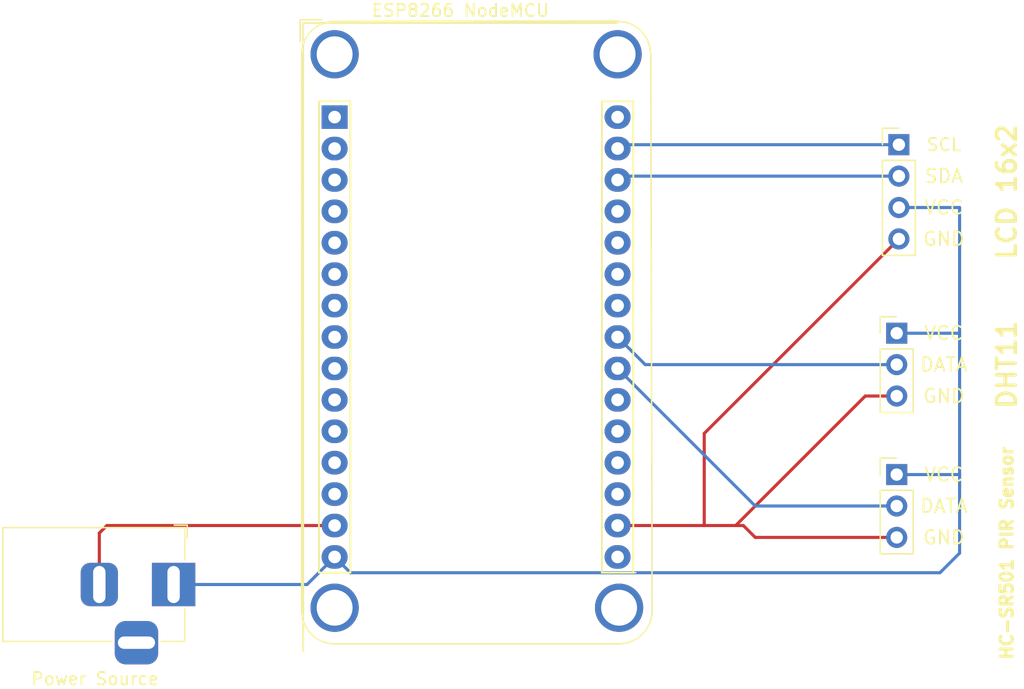
<source format=kicad_pcb>
(kicad_pcb (version 20171130) (host pcbnew "(5.1.7)-1")

  (general
    (thickness 1.6)
    (drawings 13)
    (tracks 31)
    (zones 0)
    (modules 5)
    (nets 31)
  )

  (page A4)
  (layers
    (0 F.Cu signal)
    (31 B.Cu signal)
    (32 B.Adhes user)
    (33 F.Adhes user)
    (34 B.Paste user)
    (35 F.Paste user)
    (36 B.SilkS user)
    (37 F.SilkS user)
    (38 B.Mask user)
    (39 F.Mask user)
    (40 Dwgs.User user)
    (41 Cmts.User user)
    (42 Eco1.User user)
    (43 Eco2.User user)
    (44 Edge.Cuts user)
    (45 Margin user)
    (46 B.CrtYd user)
    (47 F.CrtYd user)
    (48 B.Fab user)
    (49 F.Fab user)
  )

  (setup
    (last_trace_width 0.25)
    (trace_clearance 0.2)
    (zone_clearance 1)
    (zone_45_only no)
    (trace_min 0.2)
    (via_size 0.8)
    (via_drill 0.4)
    (via_min_size 0.4)
    (via_min_drill 0.3)
    (uvia_size 0.3)
    (uvia_drill 0.1)
    (uvias_allowed no)
    (uvia_min_size 0.2)
    (uvia_min_drill 0.1)
    (edge_width 0.05)
    (segment_width 0.2)
    (pcb_text_width 0.3)
    (pcb_text_size 1.5 1.5)
    (mod_edge_width 0.12)
    (mod_text_size 1 1)
    (mod_text_width 0.15)
    (pad_size 1.524 1.524)
    (pad_drill 0.762)
    (pad_to_mask_clearance 0)
    (aux_axis_origin 0 0)
    (visible_elements 7FFFFFFF)
    (pcbplotparams
      (layerselection 0x010fc_ffffffff)
      (usegerberextensions false)
      (usegerberattributes true)
      (usegerberadvancedattributes true)
      (creategerberjobfile true)
      (excludeedgelayer true)
      (linewidth 0.100000)
      (plotframeref false)
      (viasonmask false)
      (mode 1)
      (useauxorigin false)
      (hpglpennumber 1)
      (hpglpenspeed 20)
      (hpglpendiameter 15.000000)
      (psnegative false)
      (psa4output false)
      (plotreference true)
      (plotvalue true)
      (plotinvisibletext false)
      (padsonsilk false)
      (subtractmaskfromsilk false)
      (outputformat 1)
      (mirror false)
      (drillshape 1)
      (scaleselection 1)
      (outputdirectory ""))
  )

  (net 0 "")
  (net 1 +9V)
  (net 2 "Net-(J1-Pad2)")
  (net 3 "Net-(J2-Pad1)")
  (net 4 "Net-(J2-Pad2)")
  (net 5 GND)
  (net 6 "Net-(J3-Pad2)")
  (net 7 "Net-(J4-Pad2)")
  (net 8 "Net-(U1-Pad21)")
  (net 9 "Net-(U1-Pad10)")
  (net 10 "Net-(U1-Pad9)")
  (net 11 "Net-(U1-Pad8)")
  (net 12 "Net-(U1-Pad24)")
  (net 13 "Net-(U1-Pad7)")
  (net 14 "Net-(U1-Pad25)")
  (net 15 "Net-(U1-Pad6)")
  (net 16 "Net-(U1-Pad26)")
  (net 17 "Net-(U1-Pad5)")
  (net 18 "Net-(U1-Pad27)")
  (net 19 "Net-(U1-Pad4)")
  (net 20 "Net-(U1-Pad3)")
  (net 21 "Net-(U1-Pad2)")
  (net 22 "Net-(U1-Pad30)")
  (net 23 "Net-(U1-Pad1)")
  (net 24 "Net-(U1-Pad11)")
  (net 25 "Net-(U1-Pad18)")
  (net 26 "Net-(U1-Pad20)")
  (net 27 "Net-(U1-Pad16)")
  (net 28 "Net-(U1-Pad12)")
  (net 29 "Net-(U1-Pad19)")
  (net 30 "Net-(U1-Pad13)")

  (net_class Default "This is the default net class."
    (clearance 0.2)
    (trace_width 0.25)
    (via_dia 0.8)
    (via_drill 0.4)
    (uvia_dia 0.3)
    (uvia_drill 0.1)
    (add_net +9V)
    (add_net GND)
    (add_net "Net-(J1-Pad2)")
    (add_net "Net-(J2-Pad1)")
    (add_net "Net-(J2-Pad2)")
    (add_net "Net-(J3-Pad2)")
    (add_net "Net-(J4-Pad2)")
    (add_net "Net-(U1-Pad1)")
    (add_net "Net-(U1-Pad10)")
    (add_net "Net-(U1-Pad11)")
    (add_net "Net-(U1-Pad12)")
    (add_net "Net-(U1-Pad13)")
    (add_net "Net-(U1-Pad16)")
    (add_net "Net-(U1-Pad18)")
    (add_net "Net-(U1-Pad19)")
    (add_net "Net-(U1-Pad2)")
    (add_net "Net-(U1-Pad20)")
    (add_net "Net-(U1-Pad21)")
    (add_net "Net-(U1-Pad24)")
    (add_net "Net-(U1-Pad25)")
    (add_net "Net-(U1-Pad26)")
    (add_net "Net-(U1-Pad27)")
    (add_net "Net-(U1-Pad3)")
    (add_net "Net-(U1-Pad30)")
    (add_net "Net-(U1-Pad4)")
    (add_net "Net-(U1-Pad5)")
    (add_net "Net-(U1-Pad6)")
    (add_net "Net-(U1-Pad7)")
    (add_net "Net-(U1-Pad8)")
    (add_net "Net-(U1-Pad9)")
  )

  (module Connector_BarrelJack:BarrelJack_Horizontal (layer F.Cu) (tedit 5A1DBF6A) (tstamp 5F87FE2D)
    (at 114.3 130.81)
    (descr "DC Barrel Jack")
    (tags "Power Jack")
    (path /5F875BF7)
    (fp_text reference "Power Source" (at -6.35 7.62) (layer F.SilkS)
      (effects (font (size 1 1) (thickness 0.15)))
    )
    (fp_text value Barrel_Jack (at -6.2 -5.5) (layer F.Fab)
      (effects (font (size 1 1) (thickness 0.15)))
    )
    (fp_line (start 0 -4.5) (end -13.7 -4.5) (layer F.Fab) (width 0.1))
    (fp_line (start 0.8 4.5) (end 0.8 -3.75) (layer F.Fab) (width 0.1))
    (fp_line (start -13.7 4.5) (end 0.8 4.5) (layer F.Fab) (width 0.1))
    (fp_line (start -13.7 -4.5) (end -13.7 4.5) (layer F.Fab) (width 0.1))
    (fp_line (start -10.2 -4.5) (end -10.2 4.5) (layer F.Fab) (width 0.1))
    (fp_line (start 0.9 -4.6) (end 0.9 -2) (layer F.SilkS) (width 0.12))
    (fp_line (start -13.8 -4.6) (end 0.9 -4.6) (layer F.SilkS) (width 0.12))
    (fp_line (start 0.9 4.6) (end -1 4.6) (layer F.SilkS) (width 0.12))
    (fp_line (start 0.9 1.9) (end 0.9 4.6) (layer F.SilkS) (width 0.12))
    (fp_line (start -13.8 4.6) (end -13.8 -4.6) (layer F.SilkS) (width 0.12))
    (fp_line (start -5 4.6) (end -13.8 4.6) (layer F.SilkS) (width 0.12))
    (fp_line (start -14 4.75) (end -14 -4.75) (layer F.CrtYd) (width 0.05))
    (fp_line (start -5 4.75) (end -14 4.75) (layer F.CrtYd) (width 0.05))
    (fp_line (start -5 6.75) (end -5 4.75) (layer F.CrtYd) (width 0.05))
    (fp_line (start -1 6.75) (end -5 6.75) (layer F.CrtYd) (width 0.05))
    (fp_line (start -1 4.75) (end -1 6.75) (layer F.CrtYd) (width 0.05))
    (fp_line (start 1 4.75) (end -1 4.75) (layer F.CrtYd) (width 0.05))
    (fp_line (start 1 2) (end 1 4.75) (layer F.CrtYd) (width 0.05))
    (fp_line (start 2 2) (end 1 2) (layer F.CrtYd) (width 0.05))
    (fp_line (start 2 -2) (end 2 2) (layer F.CrtYd) (width 0.05))
    (fp_line (start 1 -2) (end 2 -2) (layer F.CrtYd) (width 0.05))
    (fp_line (start 1 -4.5) (end 1 -2) (layer F.CrtYd) (width 0.05))
    (fp_line (start 1 -4.75) (end -14 -4.75) (layer F.CrtYd) (width 0.05))
    (fp_line (start 1 -4.5) (end 1 -4.75) (layer F.CrtYd) (width 0.05))
    (fp_line (start 0.05 -4.8) (end 1.1 -4.8) (layer F.SilkS) (width 0.12))
    (fp_line (start 1.1 -3.75) (end 1.1 -4.8) (layer F.SilkS) (width 0.12))
    (fp_line (start -0.003213 -4.505425) (end 0.8 -3.75) (layer F.Fab) (width 0.1))
    (fp_text user %R (at -3 -2.95) (layer F.Fab)
      (effects (font (size 1 1) (thickness 0.15)))
    )
    (pad 1 thru_hole rect (at 0 0) (size 3.5 3.5) (drill oval 1 3) (layers *.Cu *.Mask)
      (net 1 +9V))
    (pad 2 thru_hole roundrect (at -6 0) (size 3 3.5) (drill oval 1 3) (layers *.Cu *.Mask) (roundrect_rratio 0.25)
      (net 2 "Net-(J1-Pad2)"))
    (pad 3 thru_hole roundrect (at -3 4.7) (size 3.5 3.5) (drill oval 3 1) (layers *.Cu *.Mask) (roundrect_rratio 0.25))
    (model ${KISYS3DMOD}/Connector_BarrelJack.3dshapes/BarrelJack_Horizontal.wrl
      (at (xyz 0 0 0))
      (scale (xyz 1 1 1))
      (rotate (xyz 0 0 0))
    )
  )

  (module Connector_PinHeader_2.54mm:PinHeader_1x04_P2.54mm_Vertical (layer F.Cu) (tedit 59FED5CC) (tstamp 5F87FE45)
    (at 172.895001 95.25)
    (descr "Through hole straight pin header, 1x04, 2.54mm pitch, single row")
    (tags "Through hole pin header THT 1x04 2.54mm single row")
    (path /5F879B0C)
    (fp_text reference J2 (at 0 -2.33) (layer F.SilkS) hide
      (effects (font (size 1 1) (thickness 0.15)))
    )
    (fp_text value Conn_01x04_Female (at 0 9.95) (layer F.Fab)
      (effects (font (size 1 1) (thickness 0.15)))
    )
    (fp_line (start 1.8 -1.8) (end -1.8 -1.8) (layer F.CrtYd) (width 0.05))
    (fp_line (start 1.8 9.4) (end 1.8 -1.8) (layer F.CrtYd) (width 0.05))
    (fp_line (start -1.8 9.4) (end 1.8 9.4) (layer F.CrtYd) (width 0.05))
    (fp_line (start -1.8 -1.8) (end -1.8 9.4) (layer F.CrtYd) (width 0.05))
    (fp_line (start -1.33 -1.33) (end 0 -1.33) (layer F.SilkS) (width 0.12))
    (fp_line (start -1.33 0) (end -1.33 -1.33) (layer F.SilkS) (width 0.12))
    (fp_line (start -1.33 1.27) (end 1.33 1.27) (layer F.SilkS) (width 0.12))
    (fp_line (start 1.33 1.27) (end 1.33 8.95) (layer F.SilkS) (width 0.12))
    (fp_line (start -1.33 1.27) (end -1.33 8.95) (layer F.SilkS) (width 0.12))
    (fp_line (start -1.33 8.95) (end 1.33 8.95) (layer F.SilkS) (width 0.12))
    (fp_line (start -1.27 -0.635) (end -0.635 -1.27) (layer F.Fab) (width 0.1))
    (fp_line (start -1.27 8.89) (end -1.27 -0.635) (layer F.Fab) (width 0.1))
    (fp_line (start 1.27 8.89) (end -1.27 8.89) (layer F.Fab) (width 0.1))
    (fp_line (start 1.27 -1.27) (end 1.27 8.89) (layer F.Fab) (width 0.1))
    (fp_line (start -0.635 -1.27) (end 1.27 -1.27) (layer F.Fab) (width 0.1))
    (fp_text user %R (at 0 3.81 90) (layer F.Fab)
      (effects (font (size 1 1) (thickness 0.15)))
    )
    (pad 1 thru_hole rect (at 0 0) (size 1.7 1.7) (drill 1) (layers *.Cu *.Mask)
      (net 3 "Net-(J2-Pad1)"))
    (pad 2 thru_hole oval (at 0 2.54) (size 1.7 1.7) (drill 1) (layers *.Cu *.Mask)
      (net 4 "Net-(J2-Pad2)"))
    (pad 3 thru_hole oval (at 0 5.08) (size 1.7 1.7) (drill 1) (layers *.Cu *.Mask)
      (net 1 +9V))
    (pad 4 thru_hole oval (at 0 7.62) (size 1.7 1.7) (drill 1) (layers *.Cu *.Mask)
      (net 5 GND))
    (model ${KISYS3DMOD}/Connector_PinHeader_2.54mm.3dshapes/PinHeader_1x04_P2.54mm_Vertical.wrl
      (at (xyz 0 0 0))
      (scale (xyz 1 1 1))
      (rotate (xyz 0 0 0))
    )
  )

  (module Connector_PinHeader_2.54mm:PinHeader_1x03_P2.54mm_Vertical (layer F.Cu) (tedit 59FED5CC) (tstamp 5F87FE5C)
    (at 172.72 110.49)
    (descr "Through hole straight pin header, 1x03, 2.54mm pitch, single row")
    (tags "Through hole pin header THT 1x03 2.54mm single row")
    (path /5F876A09)
    (fp_text reference J3 (at 0 -2.33) (layer F.SilkS) hide
      (effects (font (size 1 1) (thickness 0.15)))
    )
    (fp_text value Conn_01x03_Female (at 0 7.41) (layer F.Fab)
      (effects (font (size 1 1) (thickness 0.15)))
    )
    (fp_text user %R (at 0 2.54 90) (layer F.Fab)
      (effects (font (size 1 1) (thickness 0.15)))
    )
    (fp_line (start -0.635 -1.27) (end 1.27 -1.27) (layer F.Fab) (width 0.1))
    (fp_line (start 1.27 -1.27) (end 1.27 6.35) (layer F.Fab) (width 0.1))
    (fp_line (start 1.27 6.35) (end -1.27 6.35) (layer F.Fab) (width 0.1))
    (fp_line (start -1.27 6.35) (end -1.27 -0.635) (layer F.Fab) (width 0.1))
    (fp_line (start -1.27 -0.635) (end -0.635 -1.27) (layer F.Fab) (width 0.1))
    (fp_line (start -1.33 6.41) (end 1.33 6.41) (layer F.SilkS) (width 0.12))
    (fp_line (start -1.33 1.27) (end -1.33 6.41) (layer F.SilkS) (width 0.12))
    (fp_line (start 1.33 1.27) (end 1.33 6.41) (layer F.SilkS) (width 0.12))
    (fp_line (start -1.33 1.27) (end 1.33 1.27) (layer F.SilkS) (width 0.12))
    (fp_line (start -1.33 0) (end -1.33 -1.33) (layer F.SilkS) (width 0.12))
    (fp_line (start -1.33 -1.33) (end 0 -1.33) (layer F.SilkS) (width 0.12))
    (fp_line (start -1.8 -1.8) (end -1.8 6.85) (layer F.CrtYd) (width 0.05))
    (fp_line (start -1.8 6.85) (end 1.8 6.85) (layer F.CrtYd) (width 0.05))
    (fp_line (start 1.8 6.85) (end 1.8 -1.8) (layer F.CrtYd) (width 0.05))
    (fp_line (start 1.8 -1.8) (end -1.8 -1.8) (layer F.CrtYd) (width 0.05))
    (pad 3 thru_hole oval (at 0 5.08) (size 1.7 1.7) (drill 1) (layers *.Cu *.Mask)
      (net 5 GND))
    (pad 2 thru_hole oval (at 0 2.54) (size 1.7 1.7) (drill 1) (layers *.Cu *.Mask)
      (net 6 "Net-(J3-Pad2)"))
    (pad 1 thru_hole rect (at 0 0) (size 1.7 1.7) (drill 1) (layers *.Cu *.Mask)
      (net 1 +9V))
    (model ${KISYS3DMOD}/Connector_PinHeader_2.54mm.3dshapes/PinHeader_1x03_P2.54mm_Vertical.wrl
      (at (xyz 0 0 0))
      (scale (xyz 1 1 1))
      (rotate (xyz 0 0 0))
    )
  )

  (module Connector_PinHeader_2.54mm:PinHeader_1x03_P2.54mm_Vertical (layer F.Cu) (tedit 59FED5CC) (tstamp 5F87FE73)
    (at 172.72 121.92)
    (descr "Through hole straight pin header, 1x03, 2.54mm pitch, single row")
    (tags "Through hole pin header THT 1x03 2.54mm single row")
    (path /5F87805C)
    (fp_text reference J4 (at 0 -2.33) (layer F.SilkS) hide
      (effects (font (size 1 1) (thickness 0.15)))
    )
    (fp_text value Conn_01x03_Female (at 0 7.41) (layer F.Fab)
      (effects (font (size 1 1) (thickness 0.15)))
    )
    (fp_line (start 1.8 -1.8) (end -1.8 -1.8) (layer F.CrtYd) (width 0.05))
    (fp_line (start 1.8 6.85) (end 1.8 -1.8) (layer F.CrtYd) (width 0.05))
    (fp_line (start -1.8 6.85) (end 1.8 6.85) (layer F.CrtYd) (width 0.05))
    (fp_line (start -1.8 -1.8) (end -1.8 6.85) (layer F.CrtYd) (width 0.05))
    (fp_line (start -1.33 -1.33) (end 0 -1.33) (layer F.SilkS) (width 0.12))
    (fp_line (start -1.33 0) (end -1.33 -1.33) (layer F.SilkS) (width 0.12))
    (fp_line (start -1.33 1.27) (end 1.33 1.27) (layer F.SilkS) (width 0.12))
    (fp_line (start 1.33 1.27) (end 1.33 6.41) (layer F.SilkS) (width 0.12))
    (fp_line (start -1.33 1.27) (end -1.33 6.41) (layer F.SilkS) (width 0.12))
    (fp_line (start -1.33 6.41) (end 1.33 6.41) (layer F.SilkS) (width 0.12))
    (fp_line (start -1.27 -0.635) (end -0.635 -1.27) (layer F.Fab) (width 0.1))
    (fp_line (start -1.27 6.35) (end -1.27 -0.635) (layer F.Fab) (width 0.1))
    (fp_line (start 1.27 6.35) (end -1.27 6.35) (layer F.Fab) (width 0.1))
    (fp_line (start 1.27 -1.27) (end 1.27 6.35) (layer F.Fab) (width 0.1))
    (fp_line (start -0.635 -1.27) (end 1.27 -1.27) (layer F.Fab) (width 0.1))
    (fp_text user %R (at 0 2.54 90) (layer F.Fab)
      (effects (font (size 1 1) (thickness 0.15)))
    )
    (pad 1 thru_hole rect (at 0 0) (size 1.7 1.7) (drill 1) (layers *.Cu *.Mask)
      (net 1 +9V))
    (pad 2 thru_hole oval (at 0 2.54) (size 1.7 1.7) (drill 1) (layers *.Cu *.Mask)
      (net 7 "Net-(J4-Pad2)"))
    (pad 3 thru_hole oval (at 0 5.08) (size 1.7 1.7) (drill 1) (layers *.Cu *.Mask)
      (net 5 GND))
    (model ${KISYS3DMOD}/Connector_PinHeader_2.54mm.3dshapes/PinHeader_1x03_P2.54mm_Vertical.wrl
      (at (xyz 0 0 0))
      (scale (xyz 1 1 1))
      (rotate (xyz 0 0 0))
    )
  )

  (module Module:ESP8266_nodeMCU_V1 (layer F.Cu) (tedit 5F6E26FF) (tstamp 5F87FEBF)
    (at 127.310001 91.750001)
    (descr "32-bit microcontroller module with WiFi,")
    (tags "ESP8266 Node MCU module met WiFi ")
    (path /5F874528)
    (fp_text reference "ESP8266 NodeMCU" (at 10.16 -7.35) (layer F.SilkS)
      (effects (font (size 1 1) (thickness 0.15)))
    )
    (fp_text value ESP8266NodeMCU (at 11.43 40.386) (layer F.Fab)
      (effects (font (size 1 1) (thickness 0.15)))
    )
    (fp_line (start -2.54 -6.35) (end -2.54 44.45) (layer F.SilkS) (width 0.15))
    (fp_line (start 22.86 -6.35) (end -2.54 -6.35) (layer F.SilkS) (width 0.15))
    (fp_line (start -2.54 -6.35) (end 22.86 -6.35) (layer F.SilkS) (width 0.15))
    (fp_line (start -2.54 44.45) (end -2.54 -6.35) (layer F.CrtYd) (width 0.15))
    (fp_line (start 25.58 44.46) (end -2.54 44.45) (layer F.CrtYd) (width 0.15))
    (fp_line (start 25.54 -6.41) (end 25.54 44.39) (layer F.CrtYd) (width 0.15))
    (fp_line (start -2.54 -6.35) (end 25.55 -6.37) (layer F.CrtYd) (width 0.15))
    (fp_line (start -1.27 38.1) (end -1.27 0) (layer F.SilkS) (width 0.15))
    (fp_line (start 1.27 38.1) (end -1.27 38.1) (layer F.SilkS) (width 0.15))
    (fp_line (start 1.27 0) (end 1.27 38.1) (layer F.SilkS) (width 0.15))
    (fp_line (start -1.27 0) (end 1.27 0) (layer F.SilkS) (width 0.15))
    (fp_line (start 21.59 38.1) (end 21.59 0) (layer F.SilkS) (width 0.15))
    (fp_line (start 24.13 38.1) (end 21.59 38.1) (layer F.SilkS) (width 0.15))
    (fp_line (start 24.13 0) (end 24.13 38.1) (layer F.SilkS) (width 0.15))
    (fp_line (start 21.59 0) (end 24.13 0) (layer F.SilkS) (width 0.15))
    (fp_line (start 24.13 38.1) (end 21.59 38.1) (layer F.SilkS) (width 0.15))
    (fp_line (start 0 -6.35) (end 20.32 -6.35) (layer F.Fab) (width 0.1))
    (fp_line (start 0 43.73) (end 22.95 43.73) (layer F.Fab) (width 0.1))
    (fp_line (start -2.54 -3.81) (end -2.54 29.21) (layer F.Fab) (width 0.1))
    (fp_line (start -2.79 -4.85) (end -2.79 -6.6) (layer F.Fab) (width 0.1))
    (fp_line (start -2.79 -6.6) (end -1.04 -6.6) (layer F.Fab) (width 0.1))
    (fp_line (start 0 -6.47) (end 22.83 -6.5) (layer F.SilkS) (width 0.12))
    (fp_line (start 0 43.85) (end 22.96 43.85) (layer F.SilkS) (width 0.12))
    (fp_line (start -2.66 -3.81) (end -2.67 41.19) (layer F.SilkS) (width 0.12))
    (fp_line (start 25.54 -3.95) (end 25.65 41.18) (layer F.SilkS) (width 0.12))
    (fp_line (start -2.79 -4.85) (end -2.79 -6.6) (layer F.SilkS) (width 0.12))
    (fp_line (start -2.79 -6.6) (end -1.04 -6.6) (layer F.SilkS) (width 0.12))
    (fp_line (start 21.59 38.1) (end 24.33 38.1) (layer F.SilkS) (width 0.12))
    (fp_line (start 23.11 32) (end 23.11 -6.6) (layer F.CrtYd) (width 0.05))
    (fp_text user %R (at 11.43 7.62) (layer F.Fab)
      (effects (font (size 1 1) (thickness 0.15)))
    )
    (fp_arc (start 0 41.19) (end 0 43.85) (angle 90) (layer F.SilkS) (width 0.12))
    (fp_arc (start 22.98 41.19) (end 25.64 41.19) (angle 90) (layer F.SilkS) (width 0.12))
    (fp_arc (start 22.86 -3.81) (end 22.86 -6.47) (angle 90) (layer F.SilkS) (width 0.12))
    (fp_arc (start 0 -3.81) (end -2.66 -3.81) (angle 90) (layer F.SilkS) (width 0.12))
    (fp_arc (start 0 41.19) (end 0 43.73) (angle 90) (layer F.Fab) (width 0.1))
    (fp_arc (start 22.98 41.19) (end 25.52 41.19) (angle 90) (layer F.Fab) (width 0.1))
    (fp_arc (start 22.86 -3.81) (end 22.86 -6.35) (angle 90) (layer F.Fab) (width 0.1))
    (fp_arc (start 0 -3.81) (end -2.54 -3.81) (angle 90) (layer F.Fab) (width 0.1))
    (pad ~ thru_hole circle (at 22.98 40.936) (size 3.9 3.9) (drill 2.9) (layers *.Cu *.Mask))
    (pad ~ thru_hole circle (at 0 40.936) (size 3.9 3.9) (drill 2.9) (layers *.Cu *.Mask))
    (pad ~ thru_hole circle (at 22.86 -3.81) (size 3.9 3.9) (drill 2.9) (layers *.Cu *.Mask))
    (pad ~ thru_hole circle (at 0 -3.81) (size 3.9 3.9) (drill 2.9) (layers *.Cu *.Mask))
    (pad 21 thru_hole oval (at 22.86 24.13) (size 2.1 1.9) (drill 1.02) (layers *.Cu *.Mask)
      (net 8 "Net-(U1-Pad21)"))
    (pad 10 thru_hole oval (at 0 24.13) (size 2.1 1.9) (drill 1.02) (layers *.Cu *.Mask)
      (net 9 "Net-(U1-Pad10)"))
    (pad 22 thru_hole oval (at 22.86 21.59) (size 2.1 1.9) (drill 1.02) (layers *.Cu *.Mask)
      (net 7 "Net-(J4-Pad2)"))
    (pad 9 thru_hole oval (at 0 21.59) (size 2.1 1.9) (drill 1.02) (layers *.Cu *.Mask)
      (net 10 "Net-(U1-Pad9)"))
    (pad 23 thru_hole oval (at 22.86 19.05) (size 2.1 1.9) (drill 1.02) (layers *.Cu *.Mask)
      (net 6 "Net-(J3-Pad2)"))
    (pad 8 thru_hole oval (at 0 19.05) (size 2.1 1.9) (drill 1.02) (layers *.Cu *.Mask)
      (net 11 "Net-(U1-Pad8)"))
    (pad 24 thru_hole oval (at 22.86 16.51) (size 2.1 1.9) (drill 1.02) (layers *.Cu *.Mask)
      (net 12 "Net-(U1-Pad24)"))
    (pad 7 thru_hole oval (at 0 16.51) (size 2.1 1.9) (drill 1.02) (layers *.Cu *.Mask)
      (net 13 "Net-(U1-Pad7)"))
    (pad 25 thru_hole oval (at 22.86 13.97) (size 2.1 1.9) (drill 1.02) (layers *.Cu *.Mask)
      (net 14 "Net-(U1-Pad25)"))
    (pad 6 thru_hole oval (at 0 13.97) (size 2.1 1.9) (drill 1.02) (layers *.Cu *.Mask)
      (net 15 "Net-(U1-Pad6)"))
    (pad 26 thru_hole oval (at 22.86 11.43) (size 2.1 1.9) (drill 1.02) (layers *.Cu *.Mask)
      (net 16 "Net-(U1-Pad26)"))
    (pad 5 thru_hole oval (at 0 11.43) (size 2.1 1.9) (drill 1.02) (layers *.Cu *.Mask)
      (net 17 "Net-(U1-Pad5)"))
    (pad 27 thru_hole oval (at 22.86 8.89) (size 2.1 1.9) (drill 1.02) (layers *.Cu *.Mask)
      (net 18 "Net-(U1-Pad27)"))
    (pad 4 thru_hole oval (at 0 8.89) (size 2.1 1.9) (drill 1.02) (layers *.Cu *.Mask)
      (net 19 "Net-(U1-Pad4)"))
    (pad 28 thru_hole oval (at 22.86 6.35) (size 2.1 1.9) (drill 1.02) (layers *.Cu *.Mask)
      (net 4 "Net-(J2-Pad2)"))
    (pad 3 thru_hole oval (at 0 6.35) (size 2.1 1.9) (drill 1.02) (layers *.Cu *.Mask)
      (net 20 "Net-(U1-Pad3)"))
    (pad 29 thru_hole oval (at 22.86 3.81) (size 2.1 1.9) (drill 1.02) (layers *.Cu *.Mask)
      (net 3 "Net-(J2-Pad1)"))
    (pad 2 thru_hole oval (at 0 3.81) (size 2.1 1.9) (drill 1.02) (layers *.Cu *.Mask)
      (net 21 "Net-(U1-Pad2)"))
    (pad 30 thru_hole oval (at 22.86 1.27) (size 2.1 1.9) (drill 1.02) (layers *.Cu *.Mask)
      (net 22 "Net-(U1-Pad30)"))
    (pad 1 thru_hole rect (at 0 1.27) (size 2.1 1.9) (drill 1.02) (layers *.Cu *.Mask)
      (net 23 "Net-(U1-Pad1)"))
    (pad 11 thru_hole oval (at 0 26.67) (size 2.1 1.9) (drill 1.02) (layers *.Cu *.Mask)
      (net 24 "Net-(U1-Pad11)"))
    (pad 18 thru_hole oval (at 22.86 31.75) (size 2.1 1.9) (drill 1.02) (layers *.Cu *.Mask)
      (net 25 "Net-(U1-Pad18)"))
    (pad 20 thru_hole oval (at 22.86 26.67) (size 2.1 1.9) (drill 1.02) (layers *.Cu *.Mask)
      (net 26 "Net-(U1-Pad20)"))
    (pad 15 thru_hole oval (at 0 36.83) (size 2.1 1.9) (drill 1.02) (layers *.Cu *.Mask)
      (net 1 +9V))
    (pad 14 thru_hole oval (at 0 34.29) (size 2.1 1.9) (drill 1.02) (layers *.Cu *.Mask)
      (net 2 "Net-(J1-Pad2)"))
    (pad 17 thru_hole oval (at 22.86 34.29) (size 2.1 1.9) (drill 1.02) (layers *.Cu *.Mask)
      (net 5 GND))
    (pad 16 thru_hole oval (at 22.86 36.83) (size 2.1 1.9) (drill 1.02) (layers *.Cu *.Mask)
      (net 27 "Net-(U1-Pad16)"))
    (pad 12 thru_hole oval (at 0 29.21) (size 2.1 1.9) (drill 1.02) (layers *.Cu *.Mask)
      (net 28 "Net-(U1-Pad12)"))
    (pad 19 thru_hole oval (at 22.86 29.21) (size 2.1 1.9) (drill 1.02) (layers *.Cu *.Mask)
      (net 29 "Net-(U1-Pad19)"))
    (pad 13 thru_hole oval (at 0 31.75) (size 2.1 1.9) (drill 1.02) (layers *.Cu *.Mask)
      (net 30 "Net-(U1-Pad13)"))
    (model ${KISYS3DMOD}/Modules.3dshapes/Adafruit_HUZZAH_ESP8266_breakout_WithMountingHoles.wrl
      (at (xyz 0 0 0))
      (scale (xyz 1 1 1))
      (rotate (xyz 0 0 0))
    )
  )

  (gr_text GND (at 176.53 127) (layer F.SilkS) (tstamp 5F88082A)
    (effects (font (size 1.1 1.1) (thickness 0.15)))
  )
  (gr_text DATA (at 176.53 124.46) (layer F.SilkS) (tstamp 5F88082A)
    (effects (font (size 1.1 1.1) (thickness 0.15)))
  )
  (gr_text VCC (at 176.53 121.92) (layer F.SilkS) (tstamp 5F88082A)
    (effects (font (size 1.1 1.1) (thickness 0.15)))
  )
  (gr_text GND (at 176.53 115.57) (layer F.SilkS) (tstamp 5F88082A)
    (effects (font (size 1.1 1.1) (thickness 0.15)))
  )
  (gr_text DATA (at 176.53 113.03) (layer F.SilkS) (tstamp 5F88082A)
    (effects (font (size 1.1 1.1) (thickness 0.15)))
  )
  (gr_text VCC (at 176.53 110.49) (layer F.SilkS) (tstamp 5F88082A)
    (effects (font (size 1.1 1.1) (thickness 0.15)))
  )
  (gr_text GND (at 176.53 102.87) (layer F.SilkS) (tstamp 5F88082A)
    (effects (font (size 1.1 1.1) (thickness 0.15)))
  )
  (gr_text VCC (at 176.53 100.33) (layer F.SilkS) (tstamp 5F88082A)
    (effects (font (size 1.1 1.1) (thickness 0.15)))
  )
  (gr_text SDA (at 176.53 97.79) (layer F.SilkS)
    (effects (font (size 1.1 1.1) (thickness 0.15)))
  )
  (gr_text SCL (at 176.53 95.25) (layer F.SilkS)
    (effects (font (size 1 1) (thickness 0.15)))
  )
  (gr_text "LCD 16x2" (at 181.61 99.06 90) (layer F.SilkS)
    (effects (font (size 1.5 1.5) (thickness 0.3)))
  )
  (gr_text DHT11 (at 181.61 113.03 90) (layer F.SilkS)
    (effects (font (size 1.5 1.5) (thickness 0.3)))
  )
  (gr_text "HC-SR501 PIR Sensor" (at 181.61 128.27 90) (layer F.SilkS)
    (effects (font (size 1 1) (thickness 0.25)))
  )

  (segment (start 125.080002 130.81) (end 127.310001 128.580001) (width 0.25) (layer B.Cu) (net 1))
  (segment (start 114.3 130.81) (end 125.080002 130.81) (width 0.25) (layer B.Cu) (net 1))
  (segment (start 128.585011 129.855011) (end 176.214989 129.855011) (width 0.25) (layer B.Cu) (net 1))
  (segment (start 127.310001 128.580001) (end 128.585011 129.855011) (width 0.25) (layer B.Cu) (net 1))
  (segment (start 176.214989 129.855011) (end 177.8 128.27) (width 0.25) (layer B.Cu) (net 1))
  (segment (start 177.8 100.33) (end 172.895001 100.33) (width 0.25) (layer B.Cu) (net 1))
  (segment (start 172.72 110.49) (end 177.8 110.49) (width 0.25) (layer B.Cu) (net 1))
  (segment (start 177.8 110.49) (end 177.8 100.33) (width 0.25) (layer B.Cu) (net 1))
  (segment (start 172.72 121.92) (end 177.8 121.92) (width 0.25) (layer B.Cu) (net 1))
  (segment (start 177.8 121.92) (end 177.8 110.49) (width 0.25) (layer B.Cu) (net 1))
  (segment (start 177.8 128.27) (end 177.8 121.92) (width 0.25) (layer B.Cu) (net 1))
  (segment (start 108.3 130.81) (end 108.3 126.65) (width 0.25) (layer F.Cu) (net 2))
  (segment (start 108.909999 126.040001) (end 127.310001 126.040001) (width 0.25) (layer F.Cu) (net 2))
  (segment (start 108.3 126.65) (end 108.909999 126.040001) (width 0.25) (layer F.Cu) (net 2))
  (segment (start 150.480002 95.25) (end 150.170001 95.560001) (width 0.25) (layer B.Cu) (net 3))
  (segment (start 172.895001 95.25) (end 150.480002 95.25) (width 0.25) (layer B.Cu) (net 3))
  (segment (start 150.480002 97.79) (end 150.170001 98.100001) (width 0.25) (layer B.Cu) (net 4))
  (segment (start 172.895001 97.79) (end 150.480002 97.79) (width 0.25) (layer B.Cu) (net 4))
  (segment (start 161.29 127) (end 172.72 127) (width 0.25) (layer F.Cu) (net 5))
  (segment (start 160.330001 126.040001) (end 161.29 127) (width 0.25) (layer F.Cu) (net 5))
  (segment (start 170.18 115.57) (end 159.709999 126.040001) (width 0.25) (layer F.Cu) (net 5))
  (segment (start 172.72 115.57) (end 170.18 115.57) (width 0.25) (layer F.Cu) (net 5))
  (segment (start 159.709999 126.040001) (end 160.330001 126.040001) (width 0.25) (layer F.Cu) (net 5))
  (segment (start 157.169999 118.595002) (end 157.169999 126.040001) (width 0.25) (layer F.Cu) (net 5))
  (segment (start 172.895001 102.87) (end 157.169999 118.595002) (width 0.25) (layer F.Cu) (net 5))
  (segment (start 157.169999 126.040001) (end 159.709999 126.040001) (width 0.25) (layer F.Cu) (net 5))
  (segment (start 150.170001 126.040001) (end 157.169999 126.040001) (width 0.25) (layer F.Cu) (net 5))
  (segment (start 152.4 113.03) (end 150.170001 110.800001) (width 0.25) (layer B.Cu) (net 6))
  (segment (start 172.72 113.03) (end 152.4 113.03) (width 0.25) (layer B.Cu) (net 6))
  (segment (start 161.29 124.46) (end 150.170001 113.340001) (width 0.25) (layer B.Cu) (net 7))
  (segment (start 172.72 124.46) (end 161.29 124.46) (width 0.25) (layer B.Cu) (net 7))

)

</source>
